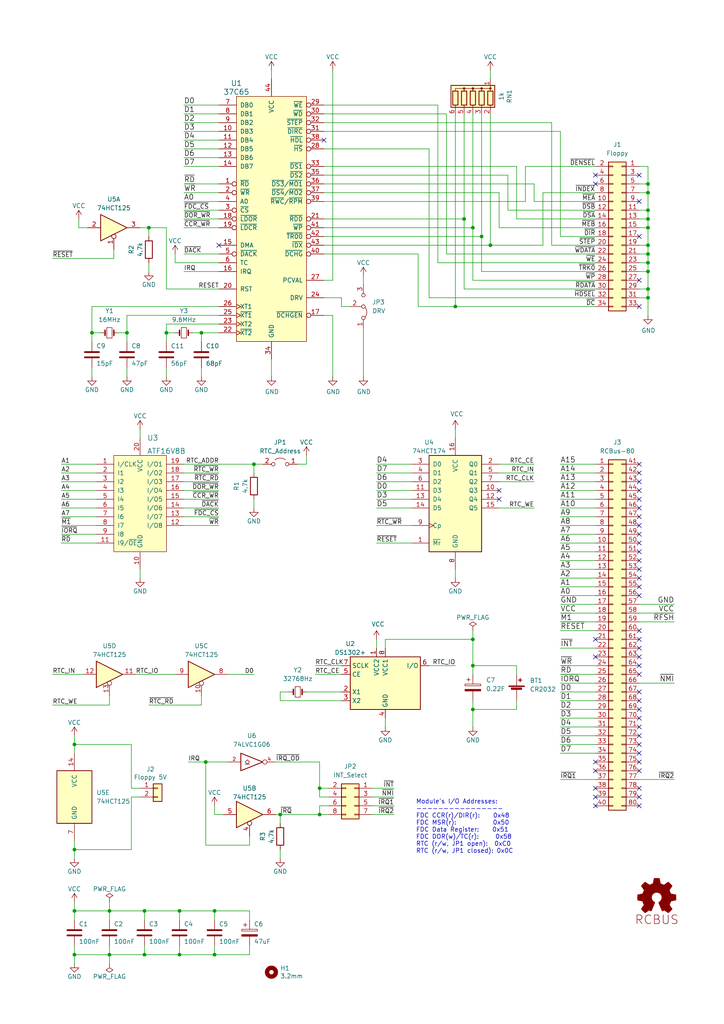
<source format=kicad_sch>
(kicad_sch (version 20211123) (generator eeschema)
  (paper "A4" portrait)
  (title_block (title "Flock: RCBus FDC and RTC Module") (date "2023-09-12") (rev "2.0") (company "Designed by Sergey Kiselev") (comment 2 "Licensed under CERN-OHL-S: https://cern-ohl.web.cern.ch") (comment 3 "Documentation and design files: https://github.com/skiselev/Flock-V2") (comment 4 "Flock is an open source hardware project"))
  (lib_symbols
    (symbol "74xGxx:74LVC1G06" (pin_names (offset 1.016))
      (property "Reference" "U" (at -2.54 3.81 0))
      (property "Value" "74LVC1G06" (at 0 -3.81 0))
      (symbol "74LVC1G06_1_1"
        (pin input line (at -7.62 0 0) (length 3.81) (name "~") (number "2"))
        (pin power_in line (at 0 -2.54 270) (length 0) hide (name "GND") (number "3"))
        (pin open_collector inverted (at 6.35 0 180) (length 3.81) (name "~") (number "4"))
        (pin power_in line (at 0 2.54 90) (length 0) hide (name "VCC") (number "5"))
      )
    )
    (symbol "74xx:74LS125" (pin_names (offset 1.016))
      (property "Reference" "U" (at 0 1.27 0))
      (property "Value" "74LS125" (at 0 -1.27 0))
      (symbol "74LS125_1_0"
        (pin input inverted (at 0 -6.35 90) (length 4.445) (name "~") (number "1"))
        (pin input line (at -7.62 0 0) (length 3.81) (name "~") (number "2"))
        (pin tri_state line (at 7.62 0 180) (length 3.81) (name "~") (number "3"))
      )
      (symbol "74LS125_2_0"
        (pin input inverted (at 0 -6.35 90) (length 4.445) (name "~") (number "4"))
        (pin input line (at -7.62 0 0) (length 3.81) (name "~") (number "5"))
        (pin tri_state line (at 7.62 0 180) (length 3.81) (name "~") (number "6"))
      )
      (symbol "74LS125_3_0"
        (pin input inverted (at 0 -6.35 90) (length 4.445) (name "~") (number "10"))
        (pin tri_state line (at 7.62 0 180) (length 3.81) (name "~") (number "8"))
        (pin input line (at -7.62 0 0) (length 3.81) (name "~") (number "9"))
      )
      (symbol "74LS125_4_0"
        (pin tri_state line (at 7.62 0 180) (length 3.81) (name "~") (number "11"))
        (pin input line (at -7.62 0 0) (length 3.81) (name "~") (number "12"))
        (pin input inverted (at 0 -6.35 90) (length 4.445) (name "~") (number "13"))
      )
      (symbol "74LS125_5_0"
        (pin power_in line (at 0 12.7 270) (length 5.08) (name "VCC") (number "14"))
        (pin power_in line (at 0 -12.7 90) (length 5.08) (name "GND") (number "7"))
      )
    )
    (symbol "74xx:74LS174" (pin_names (offset 1.016))
      (property "Reference" "U" (at -7.62 13.97 0))
      (property "Value" "74LS174" (at -7.62 -16.51 0))
      (symbol "74LS174_1_0"
        (pin input line (at -12.7 -12.7 0) (length 5.08) (name "~{Mr}") (number "1"))
        (pin output line (at 12.7 2.54 180) (length 5.08) (name "Q3") (number "10"))
        (pin input line (at -12.7 2.54 0) (length 5.08) (name "D3") (number "11"))
        (pin output line (at 12.7 0 180) (length 5.08) (name "Q4") (number "12"))
        (pin input line (at -12.7 0 0) (length 5.08) (name "D4") (number "13"))
        (pin input line (at -12.7 -2.54 0) (length 5.08) (name "D5") (number "14"))
        (pin output line (at 12.7 -2.54 180) (length 5.08) (name "Q5") (number "15"))
        (pin power_in line (at 0 17.78 270) (length 5.08) (name "VCC") (number "16"))
        (pin output line (at 12.7 10.16 180) (length 5.08) (name "Q0") (number "2"))
        (pin input line (at -12.7 10.16 0) (length 5.08) (name "D0") (number "3"))
        (pin input line (at -12.7 7.62 0) (length 5.08) (name "D1") (number "4"))
        (pin output line (at 12.7 7.62 180) (length 5.08) (name "Q1") (number "5"))
        (pin input line (at -12.7 5.08 0) (length 5.08) (name "D2") (number "6"))
        (pin output line (at 12.7 5.08 180) (length 5.08) (name "Q2") (number "7"))
        (pin power_in line (at 0 -20.32 90) (length 5.08) (name "GND") (number "8"))
        (pin input clock (at -12.7 -7.62 0) (length 5.08) (name "Cp") (number "9"))
      )
    )
    (symbol "Connector_Generic:Conn_01x02" (pin_names (offset 1.016) hide)
      (property "Reference" "J" (at 0 2.54 0))
      (property "Value" "Conn_01x02" (at 0 -5.08 0))
      (symbol "Conn_01x02_1_1"
        (pin passive line (at -5.08 0 0) (length 3.81) (name "Pin_1") (number "1"))
        (pin passive line (at -5.08 -2.54 0) (length 3.81) (name "Pin_2") (number "2"))
      )
    )
    (symbol "Connector_Generic:Conn_02x04_Odd_Even" (pin_names (offset 1.016) hide)
      (property "Reference" "J" (at 1.27 5.08 0))
      (property "Value" "Conn_02x04_Odd_Even" (at 1.27 -7.62 0))
      (symbol "Conn_02x04_Odd_Even_1_1"
        (pin passive line (at -5.08 2.54 0) (length 3.81) (name "Pin_1") (number "1"))
        (pin passive line (at 7.62 2.54 180) (length 3.81) (name "Pin_2") (number "2"))
        (pin passive line (at -5.08 0 0) (length 3.81) (name "Pin_3") (number "3"))
        (pin passive line (at 7.62 0 180) (length 3.81) (name "Pin_4") (number "4"))
        (pin passive line (at -5.08 -2.54 0) (length 3.81) (name "Pin_5") (number "5"))
        (pin passive line (at 7.62 -2.54 180) (length 3.81) (name "Pin_6") (number "6"))
        (pin passive line (at -5.08 -5.08 0) (length 3.81) (name "Pin_7") (number "7"))
        (pin passive line (at 7.62 -5.08 180) (length 3.81) (name "Pin_8") (number "8"))
      )
    )
    (symbol "Connector_Generic:Conn_02x17_Odd_Even" (pin_names (offset 1.016) hide)
      (property "Reference" "J" (at 1.27 22.86 0))
      (property "Value" "Conn_02x17_Odd_Even" (at 1.27 -22.86 0))
      (symbol "Conn_02x17_Odd_Even_1_1"
        (pin passive line (at -5.08 20.32 0) (length 3.81) (name "Pin_1") (number "1"))
        (pin passive line (at 7.62 10.16 180) (length 3.81) (name "Pin_10") (number "10"))
        (pin passive line (at -5.08 7.62 0) (length 3.81) (name "Pin_11") (number "11"))
        (pin passive line (at 7.62 7.62 180) (length 3.81) (name "Pin_12") (number "12"))
        (pin passive line (at -5.08 5.08 0) (length 3.81) (name "Pin_13") (number "13"))
        (pin passive line (at 7.62 5.08 180) (length 3.81) (name "Pin_14") (number "14"))
        (pin passive line (at -5.08 2.54 0) (length 3.81) (name "Pin_15") (number "15"))
        (pin passive line (at 7.62 2.54 180) (length 3.81) (name "Pin_16") (number "16"))
        (pin passive line (at -5.08 0 0) (length 3.81) (name "Pin_17") (number "17"))
        (pin passive line (at 7.62 0 180) (length 3.81) (name "Pin_18") (number "18"))
        (pin passive line (at -5.08 -2.54 0) (length 3.81) (name "Pin_19") (number "19"))
        (pin passive line (at 7.62 20.32 180) (length 3.81) (name "Pin_2") (number "2"))
        (pin passive line (at 7.62 -2.54 180) (length 3.81) (name "Pin_20") (number "20"))
        (pin passive line (at -5.08 -5.08 0) (length 3.81) (name "Pin_21") (number "21"))
        (pin passive line (at 7.62 -5.08 180) (length 3.81) (name "Pin_22") (number "22"))
        (pin passive line (at -5.08 -7.62 0) (length 3.81) (name "Pin_23") (number "23"))
        (pin passive line (at 7.62 -7.62 180) (length 3.81) (name "Pin_24") (number "24"))
        (pin passive line (at -5.08 -10.16 0) (length 3.81) (name "Pin_25") (number "25"))
        (pin passive line (at 7.62 -10.16 180) (length 3.81) (name "Pin_26") (number "26"))
        (pin passive line (at -5.08 -12.7 0) (length 3.81) (name "Pin_27") (number "27"))
        (pin passive line (at 7.62 -12.7 180) (length 3.81) (name "Pin_28") (number "28"))
        (pin passive line (at -5.08 -15.24 0) (length 3.81) (name "Pin_29") (number "29"))
        (pin passive line (at -5.08 17.78 0) (length 3.81) (name "Pin_3") (number "3"))
        (pin passive line (at 7.62 -15.24 180) (length 3.81) (name "Pin_30") (number "30"))
        (pin passive line (at -5.08 -17.78 0) (length 3.81) (name "Pin_31") (number "31"))
        (pin passive line (at 7.62 -17.78 180) (length 3.81) (name "Pin_32") (number "32"))
        (pin passive line (at -5.08 -20.32 0) (length 3.81) (name "Pin_33") (number "33"))
        (pin passive line (at 7.62 -20.32 180) (length 3.81) (name "Pin_34") (number "34"))
        (pin passive line (at 7.62 17.78 180) (length 3.81) (name "Pin_4") (number "4"))
        (pin passive line (at -5.08 15.24 0) (length 3.81) (name "Pin_5") (number "5"))
        (pin passive line (at 7.62 15.24 180) (length 3.81) (name "Pin_6") (number "6"))
        (pin passive line (at -5.08 12.7 0) (length 3.81) (name "Pin_7") (number "7"))
        (pin passive line (at 7.62 12.7 180) (length 3.81) (name "Pin_8") (number "8"))
        (pin passive line (at -5.08 10.16 0) (length 3.81) (name "Pin_9") (number "9"))
      )
    )
    (symbol "Connector_Generic:Conn_02x40_Top_Bottom" (pin_names (offset 1.016) hide)
      (property "Reference" "J" (at 1.27 50.8 0))
      (property "Value" "Conn_02x40_Top_Bottom" (at 1.27 -53.34 0))
      (symbol "Conn_02x40_Top_Bottom_1_1"
        (pin passive line (at -5.08 48.26 0) (length 3.81) (name "Pin_1") (number "1"))
        (pin passive line (at -5.08 25.4 0) (length 3.81) (name "Pin_10") (number "10"))
        (pin passive line (at -5.08 22.86 0) (length 3.81) (name "Pin_11") (number "11"))
        (pin passive line (at -5.08 20.32 0) (length 3.81) (name "Pin_12") (number "12"))
        (pin passive line (at -5.08 17.78 0) (length 3.81) (name "Pin_13") (number "13"))
        (pin passive line (at -5.08 15.24 0) (length 3.81) (name "Pin_14") (number "14"))
        (pin passive line (at -5.08 12.7 0) (length 3.81) (name "Pin_15") (number "15"))
        (pin passive line (at -5.08 10.16 0) (length 3.81) (name "Pin_16") (number "16"))
        (pin passive line (at -5.08 7.62 0) (length 3.81) (name "Pin_17") (number "17"))
        (pin passive line (at -5.08 5.08 0) (length 3.81) (name "Pin_18") (number "18"))
        (pin passive line (at -5.08 2.54 0) (length 3.81) (name "Pin_19") (number "19"))
        (pin passive line (at -5.08 45.72 0) (length 3.81) (name "Pin_2") (number "2"))
        (pin passive line (at -5.08 0 0) (length 3.81) (name "Pin_20") (number "20"))
        (pin passive line (at -5.08 -2.54 0) (length 3.81) (name "Pin_21") (number "21"))
        (pin passive line (at -5.08 -5.08 0) (length 3.81) (name "Pin_22") (number "22"))
        (pin passive line (at -5.08 -7.62 0) (length 3.81) (name "Pin_23") (number "23"))
        (pin passive line (at -5.08 -10.16 0) (length 3.81) (name "Pin_24") (number "24"))
        (pin passive line (at -5.08 -12.7 0) (length 3.81) (name "Pin_25") (number "25"))
        (pin passive line (at -5.08 -15.24 0) (length 3.81) (name "Pin_26") (number "26"))
        (pin passive line (at -5.08 -17.78 0) (length 3.81) (name "Pin_27") (number "27"))
        (pin passive line (at -5.08 -20.32 0) (length 3.81) (name "Pin_28") (number "28"))
        (pin passive line (at -5.08 -22.86 0) (length 3.81) (name "Pin_29") (number "29"))
        (pin passive line (at -5.08 43.18 0) (length 3.81) (name "Pin_3") (number "3"))
        (pin passive line (at -5.08 -25.4 0) (length 3.81) (name "Pin_30") (number "30"))
        (pin passive line (at -5.08 -27.94 0) (length 3.81) (name "Pin_31") (number "31"))
        (pin passive line (at -5.08 -30.48 0) (length 3.81) (name "Pin_32") (number "32"))
        (pin passive line (at -5.08 -33.02 0) (length 3.81) (name "Pin_33") (number "33"))
        (pin passive line (at -5.08 -35.56 0) (length 3.81) (name "Pin_34") (number "34"))
        (pin passive line (at -5.08 -38.1 0) (length 3.81) (name "Pin_35") (number "35"))
        (pin passive line (at -5.08 -40.64 0) (length 3.81) (name "Pin_36") (number "36"))
        (pin passive line (at -5.08 -43.18 0) (length 3.81) (name "Pin_37") (number "37"))
        (pin passive line (at -5.08 -45.72 0) (length 3.81) (name "Pin_38") (number "38"))
        (pin passive line (at -5.08 -48.26 0) (length 3.81) (name "Pin_39") (number "39"))
        (pin passive line (at -5.08 40.64 0) (length 3.81) (name "Pin_4") (number "4"))
        (pin passive line (at -5.08 -50.8 0) (length 3.81) (name "Pin_40") (number "40"))
        (pin passive line (at 7.62 48.26 180) (length 3.81) (name "Pin_41") (number "41"))
        (pin passive line (at 7.62 45.72 180) (length 3.81) (name "Pin_42") (number "42"))
        (pin passive line (at 7.62 43.18 180) (length 3.81) (name "Pin_43") (number "43"))
        (pin passive line (at 7.62 40.64 180) (length 3.81) (name "Pin_44") (number "44"))
        (pin passive line (at 7.62 38.1 180) (length 3.81) (name "Pin_45") (number "45"))
        (pin passive line (at 7.62 35.56 180) (length 3.81) (name "Pin_46") (number "46"))
        (pin passive line (at 7.62 33.02 180) (length 3.81) (name "Pin_47") (number "47"))
        (pin passive line (at 7.62 30.48 180) (length 3.81) (name "Pin_48") (number "48"))
        (pin passive line (at 7.62 27.94 180) (length 3.81) (name "Pin_49") (number "49"))
        (pin passive line (at -5.08 38.1 0) (length 3.81) (name "Pin_5") (number "5"))
        (pin passive line (at 7.62 25.4 180) (length 3.81) (name "Pin_50") (number "50"))
        (pin passive line (at 7.62 22.86 180) (length 3.81) (name "Pin_51") (number "51"))
        (pin passive line (at 7.62 20.32 180) (length 3.81) (name "Pin_52") (number "52"))
        (pin passive line (at 7.62 17.78 180) (length 3.81) (name "Pin_53") (number "53"))
        (pin passive line (at 7.62 15.24 180) (length 3.81) (name "Pin_54") (number "54"))
        (pin passive line (at 7.62 12.7 180) (length 3.81) (name "Pin_55") (number "55"))
        (pin passive line (at 7.62 10.16 180) (length 3.81) (name "Pin_56") (number "56"))
        (pin passive line (at 7.62 7.62 180) (length 3.81) (name "Pin_57") (number "57"))
        (pin passive line (at 7.62 5.08 180) (length 3.81) (name "Pin_58") (number "58"))
        (pin passive line (at 7.62 2.54 180) (length 3.81) (name "Pin_59") (number "59"))
        (pin passive line (at -5.08 35.56 0) (length 3.81) (name "Pin_6") (number "6"))
        (pin passive line (at 7.62 0 180) (length 3.81) (name "Pin_60") (number "60"))
        (pin passive line (at 7.62 -2.54 180) (length 3.81) (name "Pin_61") (number "61"))
        (pin passive line (at 7.62 -5.08 180) (length 3.81) (name "Pin_62") (number "62"))
        (pin passive line (at 7.62 -7.62 180) (length 3.81) (name "Pin_63") (number "63"))
        (pin passive line (at 7.62 -10.16 180) (length 3.81) (name "Pin_64") (number "64"))
        (pin passive line (at 7.62 -12.7 180) (length 3.81) (name "Pin_65") (number "65"))
        (pin passive line (at 7.62 -15.24 180) (length 3.81) (name "Pin_66") (number "66"))
        (pin passive line (at 7.62 -17.78 180) (length 3.81) (name "Pin_67") (number "67"))
        (pin passive line (at 7.62 -20.32 180) (length 3.81) (name "Pin_68") (number "68"))
        (pin passive line (at 7.62 -22.86 180) (length 3.81) (name "Pin_69") (number "69"))
        (pin passive line (at -5.08 33.02 0) (length 3.81) (name "Pin_7") (number "7"))
        (pin passive line (at 7.62 -25.4 180) (length 3.81) (name "Pin_70") (number "70"))
        (pin passive line (at 7.62 -27.94 180) (length 3.81) (name "Pin_71") (number "71"))
        (pin passive line (at 7.62 -30.48 180) (length 3.81) (name "Pin_72") (number "72"))
        (pin passive line (at 7.62 -33.02 180) (length 3.81) (name "Pin_73") (number "73"))
        (pin passive line (at 7.62 -35.56 180) (length 3.81) (name "Pin_74") (number "74"))
        (pin passive line (at 7.62 -38.1 180) (length 3.81) (name "Pin_75") (number "75"))
        (pin passive line (at 7.62 -40.64 180) (length 3.81) (name "Pin_76") (number "76"))
        (pin passive line (at 7.62 -43.18 180) (length 3.81) (name "Pin_77") (number "77"))
        (pin passive line (at 7.62 -45.72 180) (length 3.81) (name "Pin_78") (number "78"))
        (pin passive line (at 7.62 -48.26 180) (length 3.81) (name "Pin_79") (number "79"))
        (pin passive line (at -5.08 30.48 0) (length 3.81) (name "Pin_8") (number "8"))
        (pin passive line (at 7.62 -50.8 180) (length 3.81) (name "Pin_80") (number "80"))
        (pin passive line (at -5.08 27.94 0) (length 3.81) (name "Pin_9") (number "9"))
      )
    )
    (symbol "Device:Battery_Cell" (pin_numbers hide) (pin_names (offset 0) hide)
      (property "Reference" "BT" (at 2.54 2.54 0))
      (property "Value" "Battery_Cell" (at 2.54 0 0))
      (symbol "Battery_Cell_1_1"
        (pin passive line (at 0 5.08 270) (length 2.54) (name "+") (number "1"))
        (pin passive line (at 0 -2.54 90) (length 2.54) (name "-") (number "2"))
      )
    )
    (symbol "Device:C" (pin_numbers hide) (pin_names (offset 0.254))
      (property "Reference" "C" (at 0.635 2.54 0))
      (property "Value" "C" (at 0.635 -2.54 0))
      (symbol "C_1_1"
        (pin passive line (at 0 3.81 270) (length 2.794) (name "~") (number "1"))
        (pin passive line (at 0 -3.81 90) (length 2.794) (name "~") (number "2"))
      )
    )
    (symbol "Device:C_Polarized" (pin_numbers hide) (pin_names (offset 0.254))
      (property "Reference" "C" (at 0.635 2.54 0))
      (property "Value" "C_Polarized" (at 0.635 -2.54 0))
      (symbol "C_Polarized_1_1"
        (pin passive line (at 0 3.81 270) (length 2.794) (name "~") (number "1"))
        (pin passive line (at 0 -3.81 90) (length 2.794) (name "~") (number "2"))
      )
    )
    (symbol "Device:Crystal_Small" (pin_numbers hide) (pin_names (offset 1.016) hide)
      (property "Reference" "Y" (at 0 2.54 0))
      (property "Value" "Crystal_Small" (at 0 -2.54 0))
      (symbol "Crystal_Small_1_1"
        (pin passive line (at -2.54 0 0) (length 1.27) (name "1") (number "1"))
        (pin passive line (at 2.54 0 180) (length 1.27) (name "2") (number "2"))
      )
    )
    (symbol "Device:R" (pin_numbers hide) (pin_names (offset 0))
      (property "Reference" "R" (at 2.032 0 90))
      (property "Value" "R" (at 0 0 90))
      (symbol "R_1_1"
        (pin passive line (at 0 3.81 270) (length 1.27) (name "~") (number "1"))
        (pin passive line (at 0 -3.81 90) (length 1.27) (name "~") (number "2"))
      )
    )
    (symbol "Device:R_Network05" (pin_names (offset 0) hide)
      (property "Reference" "RN" (at -7.62 0 90))
      (property "Value" "R_Network05" (at 7.62 0 90))
      (symbol "R_Network05_1_1"
        (pin passive line (at -5.08 5.08 270) (length 2.54) (name "common") (number "1"))
        (pin passive line (at -5.08 -5.08 90) (length 1.27) (name "R1") (number "2"))
        (pin passive line (at -2.54 -5.08 90) (length 1.27) (name "R2") (number "3"))
        (pin passive line (at 0 -5.08 90) (length 1.27) (name "R3") (number "4"))
        (pin passive line (at 2.54 -5.08 90) (length 1.27) (name "R4") (number "5"))
        (pin passive line (at 5.08 -5.08 90) (length 1.27) (name "R5") (number "6"))
      )
    )
    (symbol "Graphic:Logo_Open_Hardware_Small" (pin_names (offset 1.016)))
    (symbol "Jumper:Jumper_2_Open" (pin_names (offset 0) hide)
      (property "Reference" "JP" (at 0 2.794 0))
      (property "Value" "Jumper_2_Open" (at 0 -2.286 0))
      (symbol "Jumper_2_Open_1_1"
        (pin passive line (at -5.08 0 0) (length 2.54) (name "A") (number "1"))
        (pin passive line (at 5.08 0 180) (length 2.54) (name "B") (number "2"))
      )
    )
    (symbol "Jumper:Jumper_3_Bridged12" (pin_names (offset 0) hide)
      (property "Reference" "JP" (at -2.54 -2.54 0))
      (property "Value" "Jumper_3_Bridged12" (at 0 2.794 0))
      (symbol "Jumper_3_Bridged12_1_1"
        (pin passive line (at -6.35 0 0) (length 2.54) (name "A") (number "1"))
        (pin passive line (at 0 -3.81 90) (length 2.54) (name "C") (number "2"))
        (pin passive line (at 6.35 0 180) (length 2.54) (name "B") (number "3"))
      )
    )
    (symbol "Mechanical:MountingHole" (pin_names (offset 1.016))
      (property "Reference" "H" (at 0 5.08 0))
      (property "Value" "MountingHole" (at 0 3.175 0))
    )
    (symbol "Timer_RTC:DS1302+"
      (property "Reference" "U" (at -8.89 8.89 0))
      (property "Value" "DS1302+" (at 6.35 8.89 0))
      (symbol "DS1302+_1_1"
        (pin power_in line (at -2.54 10.16 270) (length 2.54) (name "VCC2") (number "1"))
        (pin input line (at -12.7 -2.54 0) (length 2.54) (name "X1") (number "2"))
        (pin input line (at -12.7 -5.08 0) (length 2.54) (name "X2") (number "3"))
        (pin power_in line (at 0 -10.16 90) (length 2.54) (name "GND") (number "4"))
        (pin input line (at -12.7 2.54 0) (length 2.54) (name "CE") (number "5"))
        (pin bidirectional line (at 12.7 5.08 180) (length 2.54) (name "I/O") (number "6"))
        (pin input line (at -12.7 5.08 0) (length 2.54) (name "SCLK") (number "7"))
        (pin power_in line (at 0 10.16 270) (length 2.54) (name "VCC1") (number "8"))
      )
    )
    (symbol "my_components:37C65-PLCC" (pin_names (offset 1.016))
      (property "Reference" "U" (at -10.16 36.83 0))
      (property "Value" "37C65-PLCC" (at -10.16 34.29 0))
      (symbol "37C65-PLCC_1_1"
        (pin input inverted (at -15.24 7.62 0) (length 5.08) (name "~{RD}") (number "1"))
        (pin tri_state line (at -15.24 22.86 0) (length 5.08) (name "DB3") (number "10"))
        (pin tri_state line (at -15.24 20.32 0) (length 5.08) (name "DB4") (number "11"))
        (pin tri_state line (at -15.24 17.78 0) (length 5.08) (name "DB5") (number "12"))
        (pin tri_state line (at -15.24 15.24 0) (length 5.08) (name "DB6") (number "13"))
        (pin tri_state line (at -15.24 12.7 0) (length 5.08) (name "DB7") (number "14"))
        (pin output line (at -15.24 -10.16 0) (length 5.08) (name "DMA") (number "15"))
        (pin output line (at -15.24 -17.78 0) (length 5.08) (name "IRQ") (number "16"))
        (pin input inverted (at 15.24 -30.48 180) (length 5.08) (name "~{DCHGEN}") (number "17"))
        (pin input inverted (at -15.24 -2.54 0) (length 5.08) (name "~{LDOR}") (number "18"))
        (pin input inverted (at -15.24 -5.08 0) (length 5.08) (name "~{LDCR}") (number "19"))
        (pin input inverted (at -15.24 5.08 0) (length 5.08) (name "~{WR}") (number "2"))
        (pin input line (at -15.24 -22.86 0) (length 5.08) (name "RST") (number "20"))
        (pin input inverted (at 15.24 -2.54 180) (length 5.08) (name "~{RDD}") (number "21"))
        (pin input clock (at -15.24 -35.56 0) (length 5.08) (name "~{XT2}") (number "22"))
        (pin input clock (at -15.24 -33.02 0) (length 5.08) (name "XT2") (number "23"))
        (pin input line (at 15.24 -25.4 180) (length 5.08) (name "DRV") (number "24"))
        (pin input clock (at -15.24 -30.48 0) (length 5.08) (name "~{XT1}") (number "25"))
        (pin input clock (at -15.24 -27.94 0) (length 5.08) (name "XT1") (number "26"))
        (pin input line (at 15.24 -20.32 180) (length 5.08) (name "PCVAL") (number "27"))
        (pin output inverted (at 15.24 17.78 180) (length 5.08) (name "~{HS}") (number "28"))
        (pin output inverted (at 15.24 30.48 180) (length 5.08) (name "~{WE}") (number "29"))
        (pin input inverted (at -15.24 0 0) (length 5.08) (name "~{CS}") (number "3"))
        (pin output inverted (at 15.24 27.94 180) (length 5.08) (name "~{WD}") (number "30"))
        (pin output inverted (at 15.24 22.86 180) (length 5.08) (name "~{DIRC}") (number "31"))
        (pin output inverted (at 15.24 25.4 180) (length 5.08) (name "~{STEP}") (number "32"))
        (pin output inverted (at 15.24 12.7 180) (length 5.08) (name "~{DS1}") (number "33"))
        (pin power_in line (at 0 -43.18 90) (length 5.08) (name "GND") (number "34"))
        (pin output inverted (at 15.24 10.16 180) (length 5.08) (name "~{DS2}") (number "35"))
        (pin output inverted (at 15.24 7.62 180) (length 5.08) (name "~{DS3}/~{MO1}") (number "36"))
        (pin output inverted (at 15.24 5.08 180) (length 5.08) (name "~{DS4}/~{MO2}") (number "37"))
        (pin output inverted (at 15.24 20.32 180) (length 5.08) (name "~{HDL}") (number "38"))
        (pin output inverted (at 15.24 2.54 180) (length 5.08) (name "~{RWC}/~{RPM}") (number "39"))
        (pin input line (at -15.24 2.54 0) (length 5.08) (name "A0") (number "4"))
        (pin input inverted (at 15.24 -12.7 180) (length 5.08) (name "~{DCHG}") (number "40"))
        (pin input inverted (at 15.24 -5.08 180) (length 5.08) (name "~{WP}") (number "41"))
        (pin input inverted (at 15.24 -7.62 180) (length 5.08) (name "~{TR00}") (number "42"))
        (pin input inverted (at 15.24 -10.16 180) (length 5.08) (name "~{IDX}") (number "43"))
        (pin power_in line (at 0 38.1 270) (length 5.08) (name "VCC") (number "44"))
        (pin input inverted (at -15.24 -12.7 0) (length 5.08) (name "~{DACK}") (number "5"))
        (pin input line (at -15.24 -15.24 0) (length 5.08) (name "TC") (number "6"))
        (pin tri_state line (at -15.24 30.48 0) (length 5.08) (name "DB0") (number "7"))
        (pin tri_state line (at -15.24 27.94 0) (length 5.08) (name "DB1") (number "8"))
        (pin tri_state line (at -15.24 25.4 0) (length 5.08) (name "DB2") (number "9"))
      )
    )
    (symbol "my_components:ATF16V8B" (pin_names (offset 1.016))
      (property "Reference" "U" (at -7.62 17.78 0))
      (property "Value" "ATF16V8B" (at -7.62 15.24 0))
      (symbol "ATF16V8B_1_1"
        (pin input line (at -12.7 11.43 0) (length 5.08) (name "I/CLK") (number "1"))
        (pin power_in line (at 0 -19.05 90) (length 5.08) (name "GND") (number "10"))
        (pin input line (at -12.7 -11.43 0) (length 5.08) (name "I9/~{OE}") (number "11"))
        (pin bidirectional line (at 12.7 -6.35 180) (length 5.08) (name "I/O8") (number "12"))
        (pin bidirectional line (at 12.7 -3.81 180) (length 5.08) (name "I/O7") (number "13"))
        (pin bidirectional line (at 12.7 -1.27 180) (length 5.08) (name "I/O6") (number "14"))
        (pin bidirectional line (at 12.7 1.27 180) (length 5.08) (name "I/O5") (number "15"))
        (pin bidirectional line (at 12.7 3.81 180) (length 5.08) (name "I/O4") (number "16"))
        (pin bidirectional line (at 12.7 6.35 180) (length 5.08) (name "I/O3") (number "17"))
        (pin bidirectional line (at 12.7 8.89 180) (length 5.08) (name "I/O2") (number "18"))
        (pin bidirectional line (at 12.7 11.43 180) (length 5.08) (name "I/O1") (number "19"))
        (pin input line (at -12.7 8.89 0) (length 5.08) (name "I1") (number "2"))
        (pin power_in line (at 0 19.05 270) (length 5.08) (name "VCC") (number "20"))
        (pin input line (at -12.7 6.35 0) (length 5.08) (name "I2") (number "3"))
        (pin input line (at -12.7 3.81 0) (length 5.08) (name "I3") (number "4"))
        (pin input line (at -12.7 1.27 0) (length 5.08) (name "I4") (number "5"))
        (pin input line (at -12.7 -1.27 0) (length 5.08) (name "I5") (number "6"))
        (pin input line (at -12.7 -3.81 0) (length 5.08) (name "I6") (number "7"))
        (pin input line (at -12.7 -6.35 0) (length 5.08) (name "I7") (number "8"))
        (pin input line (at -12.7 -8.89 0) (length 5.08) (name "I8") (number "9"))
      )
    )
    (symbol "my_components:RCBUS_Logo"
      (symbol "RCBUS_Logo_0_0"
        (text "RCBUS" (at 0 0 0) (effects (font (size 2.54 2.54))))
      )
    )
    (symbol "power:GND" (power) (pin_names (offset 0))
      (property "Value" "GND" (at 0 -3.81 0))
      (symbol "GND_1_1"
        (pin power_in line (at 0 0 270) (length 0) hide (name "GND") (number "1"))
      )
    )
    (symbol "power:PWR_FLAG" (power) (pin_numbers hide) (pin_names (offset 0) hide)
      (property "Value" "PWR_FLAG" (at 0 3.81 0))
      (symbol "PWR_FLAG_0_0"
        (pin power_out line (at 0 0 90) (length 0) (name "pwr") (number "1"))
      )
    )
    (symbol "power:VCC" (power) (pin_names (offset 0))
      (property "Value" "VCC" (at 0 3.81 0))
      (symbol "VCC_1_1"
        (pin power_in line (at 0 0 90) (length 0) hide (name "VCC") (number "1"))
      )
    )
  )
  (junction (at 21.59 246.38))
  (junction (at 187.96 63.5))
  (junction (at 187.96 66.04))
  (junction (at 41.91 276.86))
  (junction (at 187.96 76.2))
  (junction (at 187.96 60.96))
  (junction (at 59.69 220.98))
  (junction (at 48.26 96.52))
  (junction (at 137.16 66.04))
  (junction (at 36.83 96.52))
  (junction (at 26.67 96.52))
  (junction (at 137.16 205.74))
  (junction (at 81.28 236.22))
  (junction (at 187.96 73.66))
  (junction (at 21.59 264.16))
  (junction (at 137.16 185.42))
  (junction (at 187.96 78.74))
  (junction (at 139.7 68.58))
  (junction (at 52.07 264.16))
  (junction (at 187.96 55.88))
  (junction (at 142.24 71.12))
  (junction (at 31.75 276.86))
  (junction (at 31.75 264.16))
  (junction (at 52.07 276.86))
  (junction (at 41.91 264.16))
  (junction (at 62.23 276.86))
  (junction (at 92.71 236.22))
  (junction (at 187.96 71.12))
  (junction (at 134.62 63.5))
  (junction (at 187.96 86.36))
  (junction (at 132.08 88.9))
  (junction (at 58.42 96.52))
  (junction (at 73.66 134.62))
  (junction (at 187.96 53.34))
  (junction (at 187.96 83.82))
  (junction (at 92.71 228.6))
  (junction (at 21.59 215.9))
  (junction (at 21.59 276.86))
  (junction (at 137.16 193.04))
  (junction (at 62.23 264.16))
  (junction (at 43.18 66.04))
  (no_connect (at 185.42 228.6))
  (no_connect (at 185.42 231.14))
  (no_connect (at 185.42 233.68))
  (no_connect (at 185.42 220.98))
  (no_connect (at 185.42 223.52))
  (no_connect (at 63.5 71.12))
  (no_connect (at 93.98 40.64))
  (no_connect (at 172.72 190.5))
  (no_connect (at 172.72 223.52))
  (no_connect (at 172.72 228.6))
  (no_connect (at 172.72 231.14))
  (no_connect (at 172.72 220.98))
  (no_connect (at 144.78 142.24))
  (no_connect (at 144.78 144.78))
  (no_connect (at 185.42 182.88))
  (no_connect (at 185.42 193.04))
  (no_connect (at 185.42 195.58))
  (no_connect (at 185.42 200.66))
  (no_connect (at 185.42 203.2))
  (no_connect (at 185.42 205.74))
  (no_connect (at 185.42 208.28))
  (no_connect (at 185.42 210.82))
  (no_connect (at 185.42 213.36))
  (no_connect (at 185.42 215.9))
  (no_connect (at 185.42 218.44))
  (no_connect (at 185.42 185.42))
  (no_connect (at 185.42 187.96))
  (no_connect (at 185.42 190.5))
  (no_connect (at 172.72 50.8))
  (no_connect (at 172.72 53.34))
  (no_connect (at 185.42 162.56))
  (no_connect (at 185.42 165.1))
  (no_connect (at 185.42 167.64))
  (no_connect (at 185.42 170.18))
  (no_connect (at 185.42 172.72))
  (no_connect (at 185.42 157.48))
  (no_connect (at 185.42 160.02))
  (no_connect (at 185.42 134.62))
  (no_connect (at 185.42 137.16))
  (no_connect (at 185.42 139.7))
  (no_connect (at 185.42 142.24))
  (no_connect (at 185.42 144.78))
  (no_connect (at 185.42 147.32))
  (no_connect (at 185.42 149.86))
  (no_connect (at 185.42 152.4))
  (no_connect (at 185.42 154.94))
  (no_connect (at 185.42 81.28))
  (no_connect (at 185.42 88.9))
  (no_connect (at 185.42 58.42))
  (no_connect (at 185.42 68.58))
  (no_connect (at 185.42 50.8))
  (no_connect (at 172.72 233.68))
  (no_connect (at 172.72 185.42))
  (wire (pts (xy 109.22 187.96) (xy 109.22 185.42)))
  (wire (pts (xy 185.42 76.2) (xy 187.96 76.2)))
  (wire (pts (xy 93.98 50.8) (xy 147.32 50.8)))
  (wire (pts (xy 52.07 266.7) (xy 52.07 264.16)))
  (wire (pts (xy 80.01 220.98) (xy 92.71 220.98)))
  (wire (pts (xy 48.26 83.82) (xy 63.5 83.82)))
  (wire (pts (xy 73.66 144.78) (xy 73.66 147.32)))
  (wire (pts (xy 26.67 88.9) (xy 26.67 96.52)))
  (wire (pts (xy 172.72 175.26) (xy 162.56 175.26)))
  (wire (pts (xy 185.42 177.8) (xy 195.58 177.8)))
  (wire (pts (xy 78.74 104.14) (xy 78.74 109.22)))
  (wire (pts (xy 92.71 228.6) (xy 92.71 231.14)))
  (wire (pts (xy 185.42 86.36) (xy 187.96 86.36)))
  (wire (pts (xy 185.42 53.34) (xy 187.96 53.34)))
  (wire (pts (xy 62.23 264.16) (xy 72.39 264.16)))
  (wire (pts (xy 172.72 187.96) (xy 162.56 187.96)))
  (wire (pts (xy 55.88 96.52) (xy 58.42 96.52)))
  (wire (pts (xy 172.72 147.32) (xy 162.56 147.32)))
  (wire (pts (xy 124.46 43.18) (xy 93.98 43.18)))
  (wire (pts (xy 93.98 63.5) (xy 134.62 63.5)))
  (wire (pts (xy 81.28 236.22) (xy 92.71 236.22)))
  (wire (pts (xy 172.72 200.66) (xy 162.56 200.66)))
  (wire (pts (xy 48.26 83.82) (xy 48.26 66.04)))
  (wire (pts (xy 172.72 134.62) (xy 162.56 134.62)))
  (wire (pts (xy 21.59 243.84) (xy 21.59 246.38)))
  (wire (pts (xy 53.34 60.96) (xy 63.5 60.96)))
  (wire (pts (xy 21.59 261.62) (xy 21.59 264.16)))
  (wire (pts (xy 185.42 60.96) (xy 187.96 60.96)))
  (wire (pts (xy 17.78 144.78) (xy 27.94 144.78)))
  (wire (pts (xy 107.95 236.22) (xy 114.3 236.22)))
  (wire (pts (xy 119.38 142.24) (xy 109.22 142.24)))
  (wire (pts (xy 41.91 264.16) (xy 52.07 264.16)))
  (wire (pts (xy 107.95 231.14) (xy 114.3 231.14)))
  (wire (pts (xy 142.24 20.32) (xy 142.24 22.86)))
  (wire (pts (xy 93.98 68.58) (xy 139.7 68.58)))
  (wire (pts (xy 142.24 33.02) (xy 142.24 71.12)))
  (wire (pts (xy 172.72 203.2) (xy 162.56 203.2)))
  (wire (pts (xy 58.42 96.52) (xy 63.5 96.52)))
  (wire (pts (xy 81.28 203.2) (xy 81.28 200.66)))
  (wire (pts (xy 139.7 33.02) (xy 139.7 68.58)))
  (wire (pts (xy 144.78 55.88) (xy 144.78 66.04)))
  (wire (pts (xy 147.32 60.96) (xy 172.72 60.96)))
  (wire (pts (xy 172.72 157.48) (xy 162.56 157.48)))
  (wire (pts (xy 107.95 233.68) (xy 114.3 233.68)))
  (wire (pts (xy 172.72 218.44) (xy 162.56 218.44)))
  (wire (pts (xy 62.23 266.7) (xy 62.23 264.16)))
  (wire (pts (xy 134.62 83.82) (xy 134.62 63.5)))
  (wire (pts (xy 73.66 134.62) (xy 76.2 134.62)))
  (wire (pts (xy 154.94 58.42) (xy 172.72 58.42)))
  (wire (pts (xy 162.56 38.1) (xy 93.98 38.1)))
  (wire (pts (xy 144.78 147.32) (xy 154.94 147.32)))
  (wire (pts (xy 21.59 264.16) (xy 21.59 266.7)))
  (wire (pts (xy 154.94 53.34) (xy 154.94 58.42)))
  (wire (pts (xy 53.34 142.24) (xy 63.5 142.24)))
  (wire (pts (xy 63.5 30.48) (xy 53.34 30.48)))
  (wire (pts (xy 62.23 274.32) (xy 62.23 276.86)))
  (wire (pts (xy 185.42 73.66) (xy 187.96 73.66)))
  (wire (pts (xy 105.41 95.25) (xy 105.41 109.22)))
  (wire (pts (xy 172.72 137.16) (xy 162.56 137.16)))
  (wire (pts (xy 107.95 228.6) (xy 114.3 228.6)))
  (wire (pts (xy 17.78 137.16) (xy 27.94 137.16)))
  (wire (pts (xy 62.23 276.86) (xy 72.39 276.86)))
  (wire (pts (xy 119.38 147.32) (xy 109.22 147.32)))
  (wire (pts (xy 137.16 185.42) (xy 137.16 193.04)))
  (wire (pts (xy 124.46 86.36) (xy 124.46 43.18)))
  (wire (pts (xy 137.16 182.88) (xy 137.16 185.42)))
  (wire (pts (xy 119.38 139.7) (xy 109.22 139.7)))
  (wire (pts (xy 93.98 86.36) (xy 99.06 86.36)))
  (wire (pts (xy 58.42 106.68) (xy 58.42 109.22)))
  (wire (pts (xy 63.5 93.98) (xy 48.26 93.98)))
  (wire (pts (xy 187.96 78.74) (xy 187.96 83.82)))
  (wire (pts (xy 72.39 266.7) (xy 72.39 264.16)))
  (wire (pts (xy 137.16 205.74) (xy 137.16 203.2)))
  (wire (pts (xy 121.285 88.9) (xy 121.285 73.66)))
  (wire (pts (xy 96.52 91.44) (xy 96.52 109.22)))
  (wire (pts (xy 119.38 144.78) (xy 109.22 144.78)))
  (wire (pts (xy 172.72 182.88) (xy 162.56 182.88)))
  (wire (pts (xy 66.04 195.58) (xy 73.66 195.58)))
  (wire (pts (xy 86.36 134.62) (xy 88.9 134.62)))
  (wire (pts (xy 119.38 134.62) (xy 109.22 134.62)))
  (wire (pts (xy 129.54 73.66) (xy 172.72 73.66)))
  (wire (pts (xy 21.59 246.38) (xy 38.1 246.38)))
  (wire (pts (xy 139.7 68.58) (xy 139.7 78.74)))
  (wire (pts (xy 59.69 245.11) (xy 59.69 220.98)))
  (wire (pts (xy 40.64 167.64) (xy 40.64 165.1)))
  (wire (pts (xy 121.285 73.66) (xy 93.98 73.66)))
  (wire (pts (xy 185.42 180.34) (xy 195.58 180.34)))
  (wire (pts (xy 172.72 152.4) (xy 162.56 152.4)))
  (wire (pts (xy 172.72 205.74) (xy 162.56 205.74)))
  (wire (pts (xy 53.34 134.62) (xy 73.66 134.62)))
  (wire (pts (xy 162.56 226.06) (xy 172.72 226.06)))
  (wire (pts (xy 43.18 66.04) (xy 40.64 66.04)))
  (wire (pts (xy 63.5 48.26) (xy 53.34 48.26)))
  (wire (pts (xy 187.96 86.36) (xy 187.96 91.44)))
  (wire (pts (xy 17.78 149.86) (xy 27.94 149.86)))
  (wire (pts (xy 152.4 48.26) (xy 172.72 48.26)))
  (wire (pts (xy 144.78 134.62) (xy 154.94 134.62)))
  (wire (pts (xy 187.96 48.26) (xy 187.96 53.34)))
  (wire (pts (xy 93.98 48.26) (xy 149.86 48.26)))
  (wire (pts (xy 21.59 264.16) (xy 31.75 264.16)))
  (wire (pts (xy 63.5 35.56) (xy 53.34 35.56)))
  (wire (pts (xy 149.86 63.5) (xy 172.72 63.5)))
  (wire (pts (xy 63.5 40.64) (xy 53.34 40.64)))
  (wire (pts (xy 187.96 71.12) (xy 187.96 73.66)))
  (wire (pts (xy 15.24 74.93) (xy 33.02 74.93)))
  (wire (pts (xy 187.96 83.82) (xy 187.96 86.36)))
  (wire (pts (xy 99.06 86.36) (xy 99.06 88.9)))
  (wire (pts (xy 127 30.48) (xy 127 76.2)))
  (wire (pts (xy 17.78 157.48) (xy 27.94 157.48)))
  (wire (pts (xy 58.42 204.47) (xy 58.42 201.93)))
  (wire (pts (xy 92.71 228.6) (xy 95.25 228.6)))
  (wire (pts (xy 88.9 132.08) (xy 88.9 134.62)))
  (wire (pts (xy 21.59 276.86) (xy 31.75 276.86)))
  (wire (pts (xy 185.42 48.26) (xy 187.96 48.26)))
  (wire (pts (xy 93.98 55.88) (xy 144.78 55.88)))
  (wire (pts (xy 185.42 83.82) (xy 187.96 83.82)))
  (wire (pts (xy 144.78 137.16) (xy 154.94 137.16)))
  (wire (pts (xy 53.34 78.74) (xy 63.5 78.74)))
  (wire (pts (xy 26.67 96.52) (xy 26.67 99.06)))
  (wire (pts (xy 172.72 83.82) (xy 134.62 83.82)))
  (wire (pts (xy 63.5 88.9) (xy 26.67 88.9)))
  (wire (pts (xy 109.22 152.4) (xy 119.38 152.4)))
  (wire (pts (xy 48.26 93.98) (xy 48.26 96.52)))
  (wire (pts (xy 99.06 88.9) (xy 101.6 88.9)))
  (wire (pts (xy 63.5 45.72) (xy 53.34 45.72)))
  (wire (pts (xy 38.1 231.14) (xy 38.1 246.38)))
  (wire (pts (xy 96.52 20.32) (xy 96.52 81.28)))
  (wire (pts (xy 172.72 149.86) (xy 162.56 149.86)))
  (wire (pts (xy 137.16 193.04) (xy 149.86 193.04)))
  (wire (pts (xy 48.26 96.52) (xy 48.26 99.06)))
  (wire (pts (xy 41.91 264.16) (xy 41.91 266.7)))
  (wire (pts (xy 132.08 127) (xy 132.08 124.46)))
  (wire (pts (xy 172.72 160.02) (xy 162.56 160.02)))
  (wire (pts (xy 59.69 245.11) (xy 72.39 245.11)))
  (wire (pts (xy 31.75 204.47) (xy 31.75 201.93)))
  (wire (pts (xy 17.78 134.62) (xy 27.94 134.62)))
  (wire (pts (xy 172.72 213.36) (xy 162.56 213.36)))
  (wire (pts (xy 48.26 96.52) (xy 50.8 96.52)))
  (wire (pts (xy 187.96 73.66) (xy 187.96 76.2)))
  (wire (pts (xy 172.72 165.1) (xy 162.56 165.1)))
  (wire (pts (xy 53.34 73.66) (xy 63.5 73.66)))
  (wire (pts (xy 21.59 246.38) (xy 21.59 248.92)))
  (wire (pts (xy 185.42 175.26) (xy 195.58 175.26)))
  (wire (pts (xy 72.39 245.11) (xy 72.39 242.57)))
  (wire (pts (xy 137.16 193.04) (xy 137.16 195.58)))
  (wire (pts (xy 187.96 55.88) (xy 187.96 60.96)))
  (wire (pts (xy 185.42 226.06) (xy 195.58 226.06)))
  (wire (pts (xy 81.28 200.66) (xy 83.82 200.66)))
  (wire (pts (xy 93.98 33.02) (xy 129.54 33.02)))
  (wire (pts (xy 137.16 33.02) (xy 137.16 66.04)))
  (wire (pts (xy 172.72 193.04) (xy 162.56 193.04)))
  (wire (pts (xy 149.86 193.04) (xy 149.86 195.58)))
  (wire (pts (xy 17.78 152.4) (xy 27.94 152.4)))
  (wire (pts (xy 144.78 139.7) (xy 154.94 139.7)))
  (wire (pts (xy 144.78 66.04) (xy 172.72 66.04)))
  (wire (pts (xy 31.75 276.86) (xy 31.75 279.4)))
  (wire (pts (xy 58.42 99.06) (xy 58.42 96.52)))
  (wire (pts (xy 53.34 152.4) (xy 63.5 152.4)))
  (wire (pts (xy 15.24 195.58) (xy 24.13 195.58)))
  (wire (pts (xy 21.59 215.9) (xy 38.1 215.9)))
  (wire (pts (xy 127 76.2) (xy 172.72 76.2)))
  (wire (pts (xy 43.18 204.47) (xy 58.42 204.47)))
  (wire (pts (xy 92.71 231.14) (xy 95.25 231.14)))
  (wire (pts (xy 172.72 139.7) (xy 162.56 139.7)))
  (wire (pts (xy 132.08 88.9) (xy 121.285 88.9)))
  (wire (pts (xy 105.41 80.01) (xy 105.41 82.55)))
  (wire (pts (xy 17.78 154.94) (xy 27.94 154.94)))
  (wire (pts (xy 41.91 276.86) (xy 52.07 276.86)))
  (wire (pts (xy 63.5 38.1) (xy 53.34 38.1)))
  (wire (pts (xy 63.5 53.34) (xy 53.34 53.34)))
  (wire (pts (xy 81.28 246.38) (xy 81.28 248.92)))
  (wire (pts (xy 147.32 50.8) (xy 147.32 60.96)))
  (wire (pts (xy 92.71 233.68) (xy 92.71 236.22)))
  (wire (pts (xy 137.16 205.74) (xy 149.86 205.74)))
  (wire (pts (xy 53.34 147.32) (xy 63.5 147.32)))
  (wire (pts (xy 17.78 139.7) (xy 27.94 139.7)))
  (wire (pts (xy 172.72 215.9) (xy 162.56 215.9)))
  (wire (pts (xy 157.48 55.88) (xy 172.72 55.88)))
  (wire (pts (xy 62.23 233.68) (xy 62.23 236.22)))
  (wire (pts (xy 92.71 233.68) (xy 95.25 233.68)))
  (wire (pts (xy 134.62 63.5) (xy 134.62 33.02)))
  (wire (pts (xy 172.72 68.58) (xy 162.56 68.58)))
  (wire (pts (xy 36.83 91.44) (xy 63.5 91.44)))
  (wire (pts (xy 21.59 218.44) (xy 21.59 215.9)))
  (wire (pts (xy 33.02 74.93) (xy 33.02 72.39)))
  (wire (pts (xy 53.34 139.7) (xy 63.5 139.7)))
  (wire (pts (xy 36.83 99.06) (xy 36.83 96.52)))
  (wire (pts (xy 40.64 127) (xy 40.64 124.46)))
  (wire (pts (xy 88.9 200.66) (xy 99.06 200.66)))
  (wire (pts (xy 187.96 53.34) (xy 187.96 55.88)))
  (wire (pts (xy 185.42 63.5) (xy 187.96 63.5)))
  (wire (pts (xy 92.71 220.98) (xy 92.71 228.6)))
  (wire (pts (xy 111.76 210.82) (xy 111.76 208.28)))
  (wire (pts (xy 53.34 144.78) (xy 63.5 144.78)))
  (wire (pts (xy 59.69 220.98) (xy 66.04 220.98)))
  (wire (pts (xy 31.75 261.62) (xy 31.75 264.16)))
  (wire (pts (xy 81.28 236.22) (xy 80.01 236.22)))
  (wire (pts (xy 137.16 210.82) (xy 137.16 205.74)))
  (wire (pts (xy 93.98 58.42) (xy 152.4 58.42)))
  (wire (pts (xy 137.16 81.28) (xy 172.72 81.28)))
  (wire (pts (xy 53.34 137.16) (xy 63.5 137.16)))
  (wire (pts (xy 137.16 66.04) (xy 137.16 81.28)))
  (wire (pts (xy 185.42 71.12) (xy 187.96 71.12)))
  (wire (pts (xy 93.98 66.04) (xy 137.16 66.04)))
  (wire (pts (xy 157.48 71.12) (xy 157.48 55.88)))
  (wire (pts (xy 25.4 66.04) (xy 22.86 66.04)))
  (wire (pts (xy 172.72 86.36) (xy 124.46 86.36)))
  (wire (pts (xy 64.77 236.22) (xy 62.23 236.22)))
  (wire (pts (xy 39.37 195.58) (xy 50.8 195.58)))
  (wire (pts (xy 132.08 88.9) (xy 172.72 88.9)))
  (wire (pts (xy 172.72 162.56) (xy 162.56 162.56)))
  (wire (pts (xy 172.72 208.28) (xy 162.56 208.28)))
  (wire (pts (xy 17.78 142.24) (xy 27.94 142.24)))
  (wire (pts (xy 36.83 106.68) (xy 36.83 109.22)))
  (wire (pts (xy 63.5 55.88) (xy 53.34 55.88)))
  (wire (pts (xy 172.72 172.72) (xy 162.56 172.72)))
  (wire (pts (xy 109.22 157.48) (xy 119.38 157.48)))
  (wire (pts (xy 48.26 106.68) (xy 48.26 109.22)))
  (wire (pts (xy 172.72 180.34) (xy 162.56 180.34)))
  (wire (pts (xy 81.28 203.2) (xy 99.06 203.2)))
  (wire (pts (xy 43.18 66.04) (xy 43.18 68.58)))
  (wire (pts (xy 111.76 185.42) (xy 137.16 185.42)))
  (wire (pts (xy 41.91 274.32) (xy 41.91 276.86)))
  (wire (pts (xy 21.59 274.32) (xy 21.59 276.86)))
  (wire (pts (xy 52.07 264.16) (xy 62.23 264.16)))
  (wire (pts (xy 91.44 195.58) (xy 99.06 195.58)))
  (wire (pts (xy 26.67 106.68) (xy 26.67 109.22)))
  (wire (pts (xy 172.72 177.8) (xy 162.56 177.8)))
  (wire (pts (xy 17.78 147.32) (xy 27.94 147.32)))
  (wire (pts (xy 185.42 66.04) (xy 187.96 66.04)))
  (wire (pts (xy 31.75 264.16) (xy 41.91 264.16)))
  (wire (pts (xy 93.98 71.12) (xy 142.24 71.12)))
  (wire (pts (xy 54.61 220.98) (xy 59.69 220.98)))
  (wire (pts (xy 91.44 193.04) (xy 99.06 193.04)))
  (wire (pts (xy 132.08 167.64) (xy 132.08 165.1)))
  (wire (pts (xy 172.72 167.64) (xy 162.56 167.64)))
  (wire (pts (xy 40.64 228.6) (xy 38.1 228.6)))
  (wire (pts (xy 187.96 66.04) (xy 187.96 71.12)))
  (wire (pts (xy 52.07 276.86) (xy 62.23 276.86)))
  (wire (pts (xy 172.72 210.82) (xy 162.56 210.82)))
  (wire (pts (xy 26.67 96.52) (xy 29.21 96.52)))
  (wire (pts (xy 21.59 276.86) (xy 21.59 279.4)))
  (wire (pts (xy 160.02 71.12) (xy 160.02 35.56)))
  (wire (pts (xy 50.8 73.66) (xy 50.8 76.2)))
  (wire (pts (xy 92.71 236.22) (xy 95.25 236.22)))
  (wire (pts (xy 63.5 58.42) (xy 53.34 58.42)))
  (wire (pts (xy 93.98 53.34) (xy 154.94 53.34)))
  (wire (pts (xy 124.46 193.04) (xy 132.08 193.04)))
  (wire (pts (xy 172.72 198.12) (xy 162.56 198.12)))
  (wire (pts (xy 93.98 30.48) (xy 127 30.48)))
  (wire (pts (xy 63.5 43.18) (xy 53.34 43.18)))
  (wire (pts (xy 38.1 228.6) (xy 38.1 215.9)))
  (wire (pts (xy 149.86 48.26) (xy 149.86 63.5)))
  (wire (pts (xy 81.28 236.22) (xy 81.28 238.76)))
  (wire (pts (xy 132.08 33.02) (xy 132.08 88.9)))
  (wire (pts (xy 187.96 60.96) (xy 187.96 63.5)))
  (wire (pts (xy 31.75 276.86) (xy 41.91 276.86)))
  (wire (pts (xy 185.42 55.88) (xy 187.96 55.88)))
  (wire (pts (xy 93.98 91.44) (xy 96.52 91.44)))
  (wire (pts (xy 152.4 58.42) (xy 152.4 48.26)))
  (wire (pts (xy 22.86 63.5) (xy 22.86 66.04)))
  (wire (pts (xy 129.54 73.66) (xy 129.54 33.02)))
  (wire (pts (xy 78.74 20.32) (xy 78.74 22.86)))
  (wire (pts (xy 73.66 134.62) (xy 73.66 137.16)))
  (wire (pts (xy 43.18 76.2) (xy 43.18 78.74)))
  (wire (pts (xy 172.72 71.12) (xy 160.02 71.12)))
  (wire (pts (xy 36.83 96.52) (xy 36.83 91.44)))
  (wire (pts (xy 149.86 205.74) (xy 149.86 203.2)))
  (wire (pts (xy 21.59 213.36) (xy 21.59 215.9)))
  (wire (pts (xy 63.5 33.02) (xy 53.34 33.02)))
  (wire (pts (xy 53.34 66.04) (xy 63.5 66.04)))
  (wire (pts (xy 162.56 68.58) (xy 162.56 38.1)))
  (wire (pts (xy 172.72 154.94) (xy 162.56 154.94)))
  (wire (pts (xy 119.38 137.16) (xy 109.22 137.16)))
  (wire (pts (xy 187.96 63.5) (xy 187.96 66.04)))
  (wire (pts (xy 172.72 195.58) (xy 162.56 195.58)))
  (wire (pts (xy 15.24 204.47) (xy 31.75 204.47)))
  (wire (pts (xy 40.64 231.14) (xy 38.1 231.14)))
  (wire (pts (xy 172.72 78.74) (xy 139.7 78.74)))
  (wire (pts (xy 48.26 66.04) (xy 43.18 66.04)))
  (wire (pts (xy 53.34 149.86) (xy 63.5 149.86)))
  (wire (pts (xy 187.96 76.2) (xy 187.96 78.74)))
  (wire (pts (xy 185.42 78.74) (xy 187.96 78.74)))
  (wire (pts (xy 185.42 198.12) (xy 195.58 198.12)))
  (wire (pts (xy 34.29 96.52) (xy 36.83 96.52)))
  (wire (pts (xy 31.75 274.32) (xy 31.75 276.86)))
  (wire (pts (xy 142.24 71.12) (xy 157.48 71.12)))
  (wire (pts (xy 52.07 274.32) (xy 52.07 276.86)))
  (wire (pts (xy 93.98 81.28) (xy 96.52 81.28)))
  (wire (pts (xy 160.02 35.56) (xy 93.98 35.56)))
  (wire (pts (xy 53.34 63.5) (xy 63.5 63.5)))
  (wire (pts (xy 172.72 142.24) (xy 162.56 142.24)))
  (wire (pts (xy 31.75 266.7) (xy 31.75 264.16)))
  (wire (pts (xy 63.5 76.2) (xy 50.8 76.2)))
  (wire (pts (xy 111.76 187.96) (xy 111.76 185.42)))
  (wire (pts (xy 72.39 274.32) (xy 72.39 276.86)))
  (wire (pts (xy 172.72 144.78) (xy 162.56 144.78)))
  (wire (pts (xy 172.72 170.18) (xy 162.56 170.18)))
  (text "Module's I/O Addresses:\n----------------\nFDC CCR(r)/DIR(r):    0x48\nFDC MSR(r):           0x50\nFDC Data Register:    0x51\nFDC DOR(w)/TC(r):     0x58\nRTC (r/w, JP1 open):  0xC0 \nRTC (r/w, JP1 closed): 0x0C" (at 120.65 247.65 0) (effects (font (size 1.27 1.27)) (justify left bottom)))
  (label "A3" (at 162.56 165.1 0) (effects (font (size 1.524 1.524))))
  (label "~{RESET}" (at 162.56 182.88 0) (effects (font (size 1.524 1.524))))
  (label "IRQ" (at 53.34 78.74 0))
  (label "D5" (at 109.22 147.32 0) (effects (font (size 1.524 1.524))))
  (label "D1" (at 162.56 203.2 0) (effects (font (size 1.524 1.524))))
  (label "~{M1}" (at 17.78 152.4 0))
  (label "~{RD}" (at 17.78 157.48 0))
  (label "D3" (at 109.22 144.78 0) (effects (font (size 1.524 1.524))))
  (label "RTC_CE" (at 91.44 195.58 0))
  (label "D3" (at 53.34 38.1 0) (effects (font (size 1.524 1.524))))
  (label "A6" (at 162.56 157.48 0) (effects (font (size 1.524 1.524))))
  (label "D0" (at 73.66 195.58 180))
  (label "~{WE}" (at 172.72 76.2 180))
  (label "~{WR}" (at 63.5 152.4 180))
  (label "~{RTC_RD}" (at 43.18 204.47 0))
  (label "A7" (at 162.56 154.94 0) (effects (font (size 1.524 1.524))))
  (label "~{IORQ}" (at 17.78 154.94 0))
  (label "RTC_CLK" (at 91.44 193.04 0))
  (label "D5" (at 162.56 213.36 0) (effects (font (size 1.524 1.524))))
  (label "~{DENSEL}" (at 172.6477 48.26 180))
  (label "D0" (at 109.22 142.24 0) (effects (font (size 1.524 1.524))))
  (label "D4" (at 109.22 134.62 0) (effects (font (size 1.524 1.524))))
  (label "~{IRQ1}" (at 162.56 226.06 0))
  (label "~{CCR_WR}" (at 63.5 144.78 180))
  (label "VCC" (at 162.56 177.8 0) (effects (font (size 1.524 1.524))))
  (label "~{IORQ}" (at 162.56 198.12 0) (effects (font (size 1.524 1.524))))
  (label "~{WR}" (at 162.56 193.04 0) (effects (font (size 1.524 1.524))))
  (label "A1" (at 162.56 170.18 0) (effects (font (size 1.524 1.524))))
  (label "A5" (at 162.56 160.02 0) (effects (font (size 1.524 1.524))))
  (label "~{DSA}" (at 172.72 63.5 180))
  (label "D7" (at 109.22 137.16 0) (effects (font (size 1.524 1.524))))
  (label "~{RESET}" (at 15.24 74.93 0))
  (label "RTC_IN" (at 154.94 137.16 180))
  (label "~{DOR_WR}" (at 53.34 63.5 0))
  (label "~{RDATA}" (at 172.72 83.82 180))
  (label "~{NMI}" (at 195.58 198.12 180) (effects (font (size 1.524 1.524))))
  (label "~{STEP}" (at 172.72 71.12 180))
  (label "A8" (at 162.56 152.4 0) (effects (font (size 1.524 1.524))))
  (label "~{IRQ_OD}" (at 80.01 220.98 0))
  (label "RTC_IN" (at 15.24 195.58 0))
  (label "RTC_IO" (at 132.08 193.04 180))
  (label "D7" (at 53.34 48.26 0) (effects (font (size 1.524 1.524))))
  (label "~{IRQ}" (at 81.28 236.22 0))
  (label "A3" (at 17.78 139.7 0))
  (label "VCC" (at 195.58 177.8 180) (effects (font (size 1.524 1.524))))
  (label "~{IRQ1}" (at 114.3 233.68 180))
  (label "~{DC}" (at 172.72 88.9 180))
  (label "IRQ" (at 54.61 220.98 0))
  (label "D0" (at 53.34 30.48 0) (effects (font (size 1.524 1.524))))
  (label "D5" (at 53.34 43.18 0) (effects (font (size 1.524 1.524))))
  (label "~{WP}" (at 172.72 81.28 180))
  (label "A13" (at 162.56 139.7 0) (effects (font (size 1.524 1.524))))
  (label "~{RFSH}" (at 195.58 180.34 180) (effects (font (size 1.524 1.524))))
  (label "RTC_IO" (at 39.37 195.58 0))
  (label "A12" (at 162.56 142.24 0) (effects (font (size 1.524 1.524))))
  (label "~{DOR_WR}" (at 63.5 142.24 180))
  (label "D3" (at 162.56 208.28 0) (effects (font (size 1.524 1.524))))
  (label "A2" (at 162.56 167.64 0) (effects (font (size 1.524 1.524))))
  (label "D0" (at 162.56 200.66 0) (effects (font (size 1.524 1.524))))
  (label "GND" (at 195.58 175.26 180) (effects (font (size 1.524 1.524))))
  (label "RESET" (at 63.5 83.82 180))
  (label "RTC_WE" (at 15.24 204.47 0))
  (label "~{IRQ2}" (at 114.3 236.22 180))
  (label "A0" (at 53.34 58.42 0) (effects (font (size 1.524 1.524))))
  (label "~{NMI}" (at 114.3 231.14 180))
  (label "D2" (at 53.34 35.56 0) (effects (font (size 1.524 1.524))))
  (label "~{CCR_WR}" (at 53.34 66.04 0))
  (label "~{RTC_WR}" (at 63.5 137.16 180))
  (label "~{FDC_CS}" (at 53.34 60.96 0))
  (label "RTC_CLK" (at 154.94 139.7 180))
  (label "A6" (at 17.78 147.32 0))
  (label "~{TRK0}" (at 172.72 78.74 180))
  (label "~{IRQ2}" (at 195.58 226.06 180))
  (label "A9" (at 162.56 149.86 0) (effects (font (size 1.524 1.524))))
  (label "A10" (at 162.56 147.32 0) (effects (font (size 1.524 1.524))))
  (label "~{RESET}" (at 109.22 157.48 0))
  (label "D6" (at 109.22 139.7 0) (effects (font (size 1.524 1.524))))
  (label "A15" (at 162.56 134.62 0) (effects (font (size 1.524 1.524))))
  (label "~{MEA}" (at 172.72 58.42 180))
  (label "RTC_ADDR" (at 63.5 134.62 180))
  (label "D1" (at 53.34 33.02 0) (effects (font (size 1.524 1.524))))
  (label "D6" (at 162.56 215.9 0) (effects (font (size 1.524 1.524))))
  (label "RTC_CE" (at 154.94 134.62 180))
  (label "~{FDC_CS}" (at 63.5 149.86 180))
  (label "~{DIR}" (at 172.72 68.58 180))
  (label "A2" (at 17.78 137.16 0))
  (label "~{RD}" (at 162.56 195.58 0) (effects (font (size 1.524 1.524))))
  (label "A0" (at 162.56 172.72 0) (effects (font (size 1.524 1.524))))
  (label "RTC_WE" (at 154.94 147.32 180))
  (label "GND" (at 162.56 175.26 0) (effects (font (size 1.524 1.524))))
  (label "D6" (at 53.34 45.72 0) (effects (font (size 1.524 1.524))))
  (label "D7" (at 162.56 218.44 0) (effects (font (size 1.524 1.524))))
  (label "~{DACK}" (at 63.5 147.32 180))
  (label "D4" (at 53.34 40.64 0) (effects (font (size 1.524 1.524))))
  (label "A5" (at 17.78 144.78 0))
  (label "~{RD}" (at 53.34 53.34 0) (effects (font (size 1.524 1.524))))
  (label "~{HDSEL}" (at 172.72 86.36 180))
  (label "~{WR}" (at 53.34 55.88 0) (effects (font (size 1.524 1.524))))
  (label "A4" (at 17.78 142.24 0))
  (label "A11" (at 162.56 144.78 0) (effects (font (size 1.524 1.524))))
  (label "A7" (at 17.78 149.86 0))
  (label "~{M1}" (at 162.56 180.34 0) (effects (font (size 1.524 1.524))))
  (label "~{INT}" (at 114.3 228.6 180))
  (label "~{INT}" (at 162.56 187.96 0) (effects (font (size 1.524 1.524))))
  (label "~{RTC_WR}" (at 109.22 152.4 0))
  (label "A14" (at 162.56 137.16 0) (effects (font (size 1.524 1.524))))
  (label "~{DACK}" (at 53.34 73.66 0))
  (label "~{DSB}" (at 172.72 60.96 180))
  (label "A1" (at 17.78 134.62 0))
  (label "~{MEB}" (at 172.72 66.04 180))
  (label "~{RTC_RD}" (at 63.5 139.7 180))
  (label "~{WDATA}" (at 172.72 73.66 180))
  (label "D2" (at 162.56 205.74 0) (effects (font (size 1.524 1.524))))
  (label "D4" (at 162.56 210.82 0) (effects (font (size 1.524 1.524))))
  (label "~{INDEX}" (at 172.5943 55.88 180))
  (label "A4" (at 162.56 162.56 0) (effects (font (size 1.524 1.524))))
  (symbol (lib_id "Device:C") (at 21.59 270.51 0) (unit 1)
    (property "Reference" "C1" (at 22.86 267.97 0) (effects (justify left)))
    (property "Value" "100nF" (at 22.86 273.05 0) (effects (justify left)))
    (property "Footprint" "My_Components:Cap_Cer_508" (effects hide))
  )
  (symbol (lib_id "Device:C") (at 31.75 270.51 0) (unit 1)
    (property "Reference" "C2" (at 33.02 267.97 0) (effects (justify left)))
    (property "Value" "100nF" (at 33.02 273.05 0) (effects (justify left)))
    (property "Footprint" "My_Components:Cap_Cer_508" (effects hide))
  )
  (symbol (lib_id "power:GND") (at 21.59 279.4 0) (unit 1)
    (property "Reference" "#PWR019" (effects hide))
    (property "Value" "GND" (at 21.59 283.21 0))
  )
  (symbol (lib_id "power:VCC") (at 142.24 20.32 0) (unit 1)
    (property "Reference" "#PWR028" (effects hide))
    (property "Value" "VCC" (at 142.24 16.51 0))
  )
  (symbol (lib_id "Graphic:Logo_Open_Hardware_Small") (at 190.5 260.35 0) (unit 1)
    (property "Reference" "LOGO2" (effects hide))
    (property "Value" "Logo_Open_Hardware_Small" (effects hide))
    (property "Footprint" "Symbol:OSHW-Logo_5.7x6mm_SilkScreen" (effects hide))
  )
  (symbol (lib_id "Device:C") (at 26.67 102.87 0) (unit 1)
    (property "Reference" "C9" (at 27.94 100.33 0) (effects (justify left)))
    (property "Value" "15pF" (at 27.94 105.41 0) (effects (justify left)))
    (property "Footprint" "My_Components:Cap_Cer_508" (effects hide))
  )
  (symbol (lib_id "power:PWR_FLAG") (at 31.75 261.62 0) (unit 1)
    (property "Reference" "#FLG0102" (effects hide))
    (property "Value" "PWR_FLAG" (at 31.75 257.81 0))
  )
  (symbol (lib_id "power:PWR_FLAG") (at 31.75 279.4 180) (unit 1)
    (property "Reference" "#FLG0103" (effects hide))
    (property "Value" "PWR_FLAG" (at 31.75 283.21 0))
  )
  (symbol (lib_id "Device:C") (at 52.07 270.51 0) (unit 1)
    (property "Reference" "C4" (at 53.34 267.97 0) (effects (justify left)))
    (property "Value" "100nF" (at 53.34 273.05 0) (effects (justify left)))
    (property "Footprint" "My_Components:Cap_Cer_508" (effects hide))
  )
  (symbol (lib_id "Device:C") (at 62.23 270.51 0) (unit 1)
    (property "Reference" "C5" (at 63.5 267.97 0) (effects (justify left)))
    (property "Value" "100nF" (at 63.5 273.05 0) (effects (justify left)))
    (property "Footprint" "My_Components:Cap_Cer_508" (effects hide))
  )
  (symbol (lib_id "Connector_Generic:Conn_01x02") (at 45.72 228.6 0) (unit 1)
    (property "Reference" "J2" (at 43.6372 223.0882 0))
    (property "Value" "Floppy 5V" (at 43.6372 225.3996 0))
    (property "Footprint" "My_Components:Conn_TE_2-644488-2_2P_2.54mm" (effects hide))
  )
  (symbol (lib_id "power:GND") (at 26.67 109.22 0) (unit 1)
    (property "Reference" "#PWR0103" (effects hide))
    (property "Value" "GND" (at 26.67 113.03 0))
  )
  (symbol (lib_id "Device:C_Polarized") (at 72.39 270.51 0) (unit 1)
    (property "Reference" "C6" (at 73.66 267.97 0) (effects (justify left)))
    (property "Value" "47uF" (at 73.66 273.05 0) (effects (justify left)))
    (property "Footprint" "My_Components:Cap_Elec_Radial_6.3mm" (effects hide))
  )
  (symbol (lib_id "power:GND") (at 78.74 109.22 0) (unit 1)
    (property "Reference" "#PWR0114" (effects hide))
    (property "Value" "GND" (at 78.867 113.6142 0))
  )
  (symbol (lib_id "power:VCC") (at 78.74 20.32 0) (unit 1)
    (property "Reference" "#PWR0115" (effects hide))
    (property "Value" "VCC" (at 78.74 16.51 0))
  )
  (symbol (lib_id "Device:C") (at 41.91 270.51 0) (mirror x) (unit 1)
    (property "Reference" "C3" (at 43.18 267.97 0) (effects (justify left)))
    (property "Value" "100nF" (at 43.18 273.05 0) (effects (justify left)))
    (property "Footprint" "My_Components:Cap_Cer_508" (effects hide))
  )
  (symbol (lib_id "power:VCC") (at 21.59 261.62 0) (unit 1)
    (property "Reference" "#PWR0125" (effects hide))
    (property "Value" "VCC" (at 21.59 257.81 0))
  )
  (symbol (lib_id "Mechanical:MountingHole") (at 78.74 281.94 0) (unit 1)
    (property "Reference" "H1" (at 81.28 280.7716 0) (effects (justify left)))
    (property "Value" "3.2mm" (at 81.28 283.083 0) (effects (justify left)))
    (property "Footprint" "MountingHole:MountingHole_3.2mm_M3_DIN965" (effects hide))
  )
  (symbol (lib_id "74xx:74LS125") (at 72.39 236.22 0) (unit 2)
    (property "Reference" "U5" (at 72.39 228.6 0))
    (property "Value" "74HCT125" (at 72.39 231.14 0))
    (property "Footprint" "My_Components:IC_DIP14_300" (effects hide))
    (property "Datasheet" "http://www.ti.com/lit/gpn/sn74LS125" (effects hide))
  )
  (symbol (lib_id "Connector_Generic:Conn_02x04_Odd_Even") (at 102.87 231.14 0) (mirror y) (unit 1)
    (property "Reference" "JP2" (at 101.6 222.25 0))
    (property "Value" "INT_Select" (at 101.6 224.79 0))
    (property "Footprint" "My_Components:Conn_Pin_Header_4x2_2.54mm" (effects hide))
  )
  (symbol (lib_id "74xx:74LS125") (at 21.59 231.14 0) (unit 5)
    (property "Reference" "U5" (at 27.94 229.87 0) (effects (justify left)))
    (property "Value" "74HCT125" (at 27.94 232.41 0) (effects (justify left)))
    (property "Footprint" "My_Components:IC_DIP14_300" (effects hide))
    (property "Datasheet" "http://www.ti.com/lit/gpn/sn74LS125" (effects hide))
  )
  (symbol (lib_id "power:GND") (at 43.18 78.74 0) (unit 1)
    (property "Reference" "#PWR0102" (effects hide))
    (property "Value" "GND" (at 43.18 82.55 0))
  )
  (symbol (lib_id "Device:C_Polarized") (at 137.16 199.39 0) (unit 1)
    (property "Reference" "C7" (at 140.97 197.2309 0) (effects (justify left)))
    (property "Value" "0.22F" (at 140.97 199.7709 0) (effects (justify left)))
    (property "Footprint" "My_Components:Cap_Super_Radial_13.5mm" (effects hide))
  )
  (symbol (lib_id "power:GND") (at 137.16 210.82 0) (unit 1)
    (property "Reference" "#PWR0113" (effects hide))
    (property "Value" "GND" (at 137.16 214.63 0))
  )
  (symbol (lib_id "Device:R") (at 73.66 140.97 180) (unit 1)
    (property "Reference" "R1" (at 68.58 140.97 90))
    (property "Value" "4.7k" (at 71.12 140.97 90))
    (property "Footprint" "My_Components:Res_762" (effects hide))
  )
  (symbol (lib_id "Device:R") (at 43.18 72.39 180) (unit 1)
    (property "Reference" "R2" (at 38.1 72.39 90))
    (property "Value" "4.7k" (at 40.64 72.39 90))
    (property "Footprint" "My_Components:Res_762" (effects hide))
  )
  (symbol (lib_id "power:VCC") (at 132.08 124.46 0) (unit 1)
    (property "Reference" "#PWR0116" (effects hide))
    (property "Value" "VCC" (at 132.5118 120.0658 0))
  )
  (symbol (lib_id "power:GND") (at 105.41 109.22 0) (unit 1)
    (property "Reference" "#PWR0128" (effects hide))
    (property "Value" "GND" (at 105.537 113.6142 0))
  )
  (symbol (lib_id "power:VCC") (at 96.52 20.32 0) (mirror y) (unit 1)
    (property "Reference" "#PWR0108" (effects hide))
    (property "Value" "VCC" (at 96.52 16.51 0))
  )
  (symbol (lib_id "Device:R_Network05") (at 137.16 27.94 0) (mirror y) (unit 1)
    (property "Reference" "RN1" (at 147.7518 27.94 90))
    (property "Value" "1k" (at 145.4404 27.94 90))
    (property "Footprint" "My_Components:Conn_SIL6" (effects hide))
    (property "Datasheet" "http://www.vishay.com/docs/31509/csc.pdf" (effects hide))
  )
  (symbol (lib_id "power:VCC") (at 109.22 185.42 0) (unit 1)
    (property "Reference" "#PWR0111" (effects hide))
    (property "Value" "VCC" (at 109.6518 181.0258 0))
  )
  (symbol (lib_id "Device:Crystal_Small") (at 53.34 96.52 0) (unit 1)
    (property "Reference" "Y3" (at 53.34 90.17 0))
    (property "Value" "9.6MHz" (at 53.34 92.71 0))
    (property "Footprint" "My_Components:Crystal_HC-49U_Vert" (effects hide))
  )
  (symbol (lib_id "Connector_Generic:Conn_02x17_Odd_Even") (at 180.34 68.58 0) (mirror y) (unit 1)
    (property "Reference" "J1" (at 179.07 41.91 0))
    (property "Value" "Floppy" (at 179.07 44.45 0))
    (property "Footprint" "My_Components:Conn_Pin_Header_17x2_2.54mm_Shrouded_RA" (effects hide))
  )
  (symbol (lib_id "power:VCC") (at 62.23 233.68 0) (unit 1)
    (property "Reference" "#PWR0123" (effects hide))
    (property "Value" "VCC" (at 62.23 229.87 0))
  )
  (symbol (lib_id "Connector_Generic:Conn_02x40_Top_Bottom") (at 177.8 182.88 0) (unit 1)
    (property "Reference" "J3" (at 179.07 128.27 0))
    (property "Value" "RCBus-80" (at 179.07 130.81 0))
    (property "Footprint" "My_Components:Conn_Pin_Header_40x2_2.54mm_Right_Angle_RCBus80" (effects hide))
  )
  (symbol (lib_id "Device:R") (at 81.28 242.57 180) (unit 1)
    (property "Reference" "R3" (at 76.2 242.57 90))
    (property "Value" "4.7k" (at 78.74 242.57 90))
    (property "Footprint" "My_Components:Res_762" (effects hide))
  )
  (symbol (lib_id "power:VCC") (at 40.64 124.46 0) (unit 1)
    (property "Reference" "#PWR0117" (effects hide))
    (property "Value" "VCC" (at 40.64 120.65 0))
  )
  (symbol (lib_id "power:GND") (at 58.42 109.22 0) (unit 1)
    (property "Reference" "#PWR0124" (effects hide))
    (property "Value" "GND" (at 58.42 113.03 0))
  )
  (symbol (lib_id "Graphic:Logo_Open_Hardware_Small") (at 190.5 260.35 0) (unit 1)
    (property "Reference" "LOGO1" (effects hide))
    (property "Value" "Logo_Open_Hardware_Small" (effects hide))
    (property "Footprint" "Symbol:OSHW-Logo_5.7x6mm_SilkScreen" (effects hide))
  )
  (symbol (lib_id "power:GND") (at 96.52 109.22 0) (unit 1)
    (property "Reference" "#PWR0105" (effects hide))
    (property "Value" "GND" (at 96.647 113.6142 0))
  )
  (symbol (lib_id "power:VCC") (at 50.8 73.66 0) (unit 1)
    (property "Reference" "#PWR0104" (effects hide))
    (property "Value" "VCC" (at 50.8 69.85 0))
  )
  (symbol (lib_id "Device:Crystal_Small") (at 31.75 96.52 0) (unit 1)
    (property "Reference" "Y1" (at 31.75 90.17 0))
    (property "Value" "16MHz" (at 31.75 92.71 0))
    (property "Footprint" "My_Components:Crystal_HC-49U_Vert" (effects hide))
  )
  (symbol (lib_id "power:GND") (at 81.28 248.92 0) (unit 1)
    (property "Reference" "#PWR0126" (effects hide))
    (property "Value" "GND" (at 81.28 252.73 0))
  )
  (symbol (lib_id "74xGxx:74LVC1G06") (at 73.66 220.98 0) (unit 1)
    (property "Reference" "U6" (at 73.025 213.36 0))
    (property "Value" "74LVC1G06" (at 73.025 215.9 0))
    (property "Footprint" "Package_TO_SOT_SMD:SOT-23-5_HandSoldering" (effects hide))
    (property "Datasheet" "http://www.ti.com/lit/sg/scyt129e/scyt129e.pdf" (effects hide))
  )
  (symbol (lib_id "74xx:74LS125") (at 58.42 195.58 0) (unit 3)
    (property "Reference" "U5" (at 58.42 187.325 0))
    (property "Value" "74HCT125" (at 58.42 189.865 0))
    (property "Footprint" "My_Components:IC_DIP14_300" (effects hide))
    (property "Datasheet" "http://www.ti.com/lit/gpn/sn74LS125" (effects hide))
  )
  (symbol (lib_id "Device:C") (at 58.42 102.87 0) (unit 1)
    (property "Reference" "C10" (at 59.69 100.33 0) (effects (justify left)))
    (property "Value" "68pF" (at 59.69 105.41 0) (effects (justify left)))
    (property "Footprint" "My_Components:Cap_Cer_508" (effects hide))
  )
  (symbol (lib_id "my_components:RCBUS_Logo") (at 190.5 266.7 0) (unit 1)
    (property "Reference" "LOGO3" (effects hide))
    (property "Value" "RCBUS_Logo" (effects hide))
    (property "Footprint" "My_Components:RCBUS_Logo" (effects hide))
  )
  (symbol (lib_id "power:GND") (at 111.76 210.82 0) (unit 1)
    (property "Reference" "#PWR0110" (effects hide))
    (property "Value" "GND" (at 111.76 214.63 0))
  )
  (symbol (lib_id "power:GND") (at 21.59 248.92 0) (unit 1)
    (property "Reference" "#PWR0119" (effects hide))
    (property "Value" "GND" (at 21.59 252.73 0))
  )
  (symbol (lib_id "power:VCC") (at 21.59 213.36 0) (unit 1)
    (property "Reference" "#PWR0120" (effects hide))
    (property "Value" "VCC" (at 21.59 209.55 0))
  )
  (symbol (lib_id "74xx:74LS125") (at 31.75 195.58 0) (unit 4)
    (property "Reference" "U5" (at 31.75 187.325 0))
    (property "Value" "74HCT125" (at 31.75 189.865 0))
    (property "Footprint" "My_Components:IC_DIP14_300" (effects hide))
    (property "Datasheet" "http://www.ti.com/lit/gpn/sn74LS125" (effects hide))
  )
  (symbol (lib_id "power:GND") (at 36.83 109.22 0) (unit 1)
    (property "Reference" "#PWR0121" (effects hide))
    (property "Value" "GND" (at 36.83 113.03 0))
  )
  (symbol (lib_id "power:GND") (at 187.96 91.44 0) (unit 1)
    (property "Reference" "#PWR0107" (effects hide))
    (property "Value" "GND" (at 188.087 95.8342 0))
  )
  (symbol (lib_id "power:VCC") (at 105.41 80.01 0) (unit 1)
    (property "Reference" "#PWR0127" (effects hide))
    (property "Value" "VCC" (at 105.41 76.2 0))
  )
  (symbol (lib_id "power:PWR_FLAG") (at 137.16 182.88 0) (unit 1)
    (property "Reference" "#FLG0101" (effects hide))
    (property "Value" "PWR_FLAG" (at 137.16 179.07 0))
  )
  (symbol (lib_id "Jumper:Jumper_3_Bridged12") (at 105.41 88.9 270) (mirror x) (unit 1)
    (property "Reference" "JP3" (at 107.95 87.6299 90) (effects (justify left)))
    (property "Value" "DRV" (at 107.95 90.1699 90) (effects (justify left)))
    (property "Footprint" "My_Components:Conn_Pin_Header_3x1_2.54mm" (effects hide))
  )
  (symbol (lib_id "power:VCC") (at 88.9 132.08 0) (unit 1)
    (property "Reference" "#PWR0118" (effects hide))
    (property "Value" "VCC" (at 88.9 128.27 0))
  )
  (symbol (lib_id "Device:C") (at 48.26 102.87 0) (unit 1)
    (property "Reference" "C11" (at 49.53 100.33 0) (effects (justify left)))
    (property "Value" "56pF" (at 49.53 105.41 0) (effects (justify left)))
    (property "Footprint" "My_Components:Cap_Cer_508" (effects hide))
  )
  (symbol (lib_id "Timer_RTC:DS1302+") (at 111.76 198.12 0) (unit 1)
    (property "Reference" "U2" (at 101.6 186.69 0))
    (property "Value" "DS1302+" (at 101.6 189.23 0))
    (property "Footprint" "My_Components:IC_DIP8_300" (effects hide))
    (property "Datasheet" "https://datasheets.maximintegrated.com/en/ds/DS1302.pdf" (effects hide))
  )
  (symbol (lib_id "74xx:74LS174") (at 132.08 144.78 0) (unit 1)
    (property "Reference" "U4" (at 124.46 128.27 0))
    (property "Value" "74HCT174" (at 124.46 130.81 0))
    (property "Footprint" "My_Components:IC_DIP16_300" (effects hide))
    (property "Datasheet" "http://www.ti.com/lit/gpn/sn74LS174" (effects hide))
  )
  (symbol (lib_id "my_components:37C65-PLCC") (at 78.74 60.96 0) (unit 1)
    (property "Reference" "U1" (at 68.58 24.13 0) (effects (font (size 1.524 1.524))))
    (property "Value" "37C65" (at 68.58 26.67 0) (effects (font (size 1.524 1.524))))
    (property "Footprint" "My_Components:IC_PLCC44_TH" (effects hide))
  )
  (symbol (lib_id "power:GND") (at 48.26 109.22 0) (unit 1)
    (property "Reference" "#PWR0106" (effects hide))
    (property "Value" "GND" (at 48.26 113.03 0))
  )
  (symbol (lib_id "74xx:74LS125") (at 33.02 66.04 0) (unit 1)
    (property "Reference" "U5" (at 33.02 57.785 0))
    (property "Value" "74HCT125" (at 33.02 60.325 0))
    (property "Footprint" "My_Components:IC_DIP14_300" (effects hide))
    (property "Datasheet" "http://www.ti.com/lit/gpn/sn74LS125" (effects hide))
  )
  (symbol (lib_id "power:GND") (at 73.66 147.32 0) (unit 1)
    (property "Reference" "#PWR0122" (effects hide))
    (property "Value" "GND" (at 73.66 151.13 0))
  )
  (symbol (lib_id "Jumper:Jumper_2_Open") (at 81.28 134.62 0) (mirror y) (unit 1)
    (property "Reference" "JP1" (at 81.28 128.27 0))
    (property "Value" "RTC_Address" (at 81.28 130.81 0))
    (property "Footprint" "My_Components:Conn_Pin_Header_2x1_2.54mm_NoKey" (effects hide))
  )
  (symbol (lib_id "Device:Crystal_Small") (at 86.36 200.66 0) (mirror y) (unit 1)
    (property "Reference" "Y2" (at 86.36 194.31 0))
    (property "Value" "32768Hz" (at 86.36 196.85 0))
    (property "Footprint" "My_Components:Crystal_32K_Horiz" (effects hide))
  )
  (symbol (lib_id "my_components:ATF16V8B") (at 40.64 146.05 0) (unit 1)
    (property "Reference" "U3" (at 42.6594 127 0) (effects (font (size 1.524 1.524)) (justify left)))
    (property "Value" "ATF16V8B" (at 42.6594 130.81 0) (effects (font (size 1.524 1.524)) (justify left)))
    (property "Footprint" "My_Components:IC_DIP20_300" (effects hide))
  )
  (symbol (lib_id "power:GND") (at 40.64 167.64 0) (unit 1)
    (property "Reference" "#PWR0101" (effects hide))
    (property "Value" "GND" (at 40.64 171.45 0))
  )
  (symbol (lib_id "Device:C") (at 36.83 102.87 0) (unit 1)
    (property "Reference" "C8" (at 38.1 100.33 0) (effects (justify left)))
    (property "Value" "47pF" (at 38.1 105.41 0) (effects (justify left)))
    (property "Footprint" "My_Components:Cap_Cer_508" (effects hide))
  )
  (symbol (lib_id "Device:Battery_Cell") (at 149.86 200.66 0) (unit 1)
    (property "Reference" "BT1" (at 153.67 197.3579 0) (effects (justify left)))
    (property "Value" "CR2032" (at 153.67 199.8979 0) (effects (justify left)))
    (property "Footprint" "My_Components:Battery_Holder_CR2032_Universal" (effects hide))
  )
  (symbol (lib_id "power:VCC") (at 22.86 63.5 0) (unit 1)
    (property "Reference" "#PWR0109" (effects hide))
    (property "Value" "VCC" (at 22.86 59.69 0))
  )
  (symbol (lib_id "power:GND") (at 132.08 167.64 0) (unit 1)
    (property "Reference" "#PWR0112" (effects hide))
    (property "Value" "GND" (at 132.08 171.45 0))
  )
)
</source>
